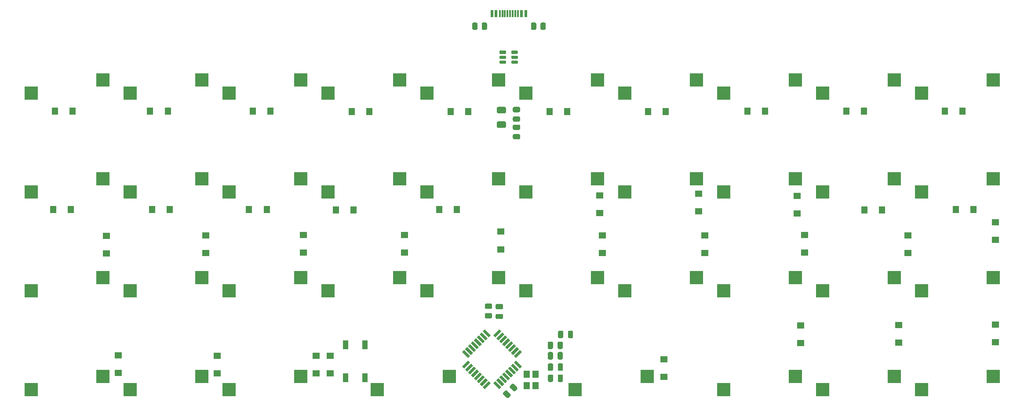
<source format=gbr>
%TF.GenerationSoftware,KiCad,Pcbnew,5.1.10*%
%TF.CreationDate,2021-10-06T18:26:39+02:00*%
%TF.ProjectId,ortho-qaz,6f727468-6f2d-4716-917a-2e6b69636164,rev?*%
%TF.SameCoordinates,Original*%
%TF.FileFunction,Paste,Bot*%
%TF.FilePolarity,Positive*%
%FSLAX46Y46*%
G04 Gerber Fmt 4.6, Leading zero omitted, Abs format (unit mm)*
G04 Created by KiCad (PCBNEW 5.1.10) date 2021-10-06 18:26:39*
%MOMM*%
%LPD*%
G01*
G04 APERTURE LIST*
%ADD10R,1.400000X1.200000*%
%ADD11R,1.200000X1.400000*%
%ADD12R,2.550000X2.500000*%
%ADD13R,0.600000X1.450000*%
%ADD14R,0.300000X1.450000*%
%ADD15C,0.100000*%
%ADD16R,1.000000X1.700000*%
G04 APERTURE END LIST*
D10*
%TO.C,D39*%
X240390000Y-85030000D03*
X240390000Y-88430000D03*
%TD*%
%TO.C,D38*%
X221790000Y-85130000D03*
X221790000Y-88530000D03*
%TD*%
%TO.C,D37*%
X202890000Y-85230000D03*
X202890000Y-88630000D03*
%TD*%
%TO.C,D35*%
X176540000Y-95130000D03*
X176540000Y-91730000D03*
%TD*%
%TO.C,D33*%
X112290000Y-94480000D03*
X112290000Y-91080000D03*
%TD*%
%TO.C,D32*%
X109640000Y-94480000D03*
X109640000Y-91080000D03*
%TD*%
%TO.C,D31*%
X90540000Y-94480000D03*
X90540000Y-91080000D03*
%TD*%
%TO.C,D30*%
X71490000Y-94380000D03*
X71490000Y-90980000D03*
%TD*%
%TO.C,D29*%
X240390000Y-65330000D03*
X240390000Y-68730000D03*
%TD*%
%TO.C,D28*%
X223590000Y-67830000D03*
X223590000Y-71230000D03*
%TD*%
%TO.C,D27*%
X203690000Y-67730000D03*
X203690000Y-71130000D03*
%TD*%
%TO.C,D26*%
X184490000Y-67830000D03*
X184490000Y-71230000D03*
%TD*%
%TO.C,D25*%
X164690000Y-67830000D03*
X164690000Y-71230000D03*
%TD*%
%TO.C,D24*%
X145140000Y-67130000D03*
X145140000Y-70530000D03*
%TD*%
%TO.C,D23*%
X126590000Y-67730000D03*
X126590000Y-71130000D03*
%TD*%
%TO.C,D22*%
X107190000Y-67780000D03*
X107190000Y-71180000D03*
%TD*%
%TO.C,D21*%
X88390000Y-67880000D03*
X88390000Y-71280000D03*
%TD*%
%TO.C,D20*%
X69240000Y-67930000D03*
X69240000Y-71330000D03*
%TD*%
D11*
%TO.C,D19*%
X232790000Y-62830000D03*
X236190000Y-62830000D03*
%TD*%
%TO.C,D18*%
X215190000Y-62930000D03*
X218590000Y-62930000D03*
%TD*%
D10*
%TO.C,D17*%
X202190000Y-63630000D03*
X202190000Y-60230000D03*
%TD*%
%TO.C,D16*%
X183290000Y-63230000D03*
X183290000Y-59830000D03*
%TD*%
%TO.C,D15*%
X164190000Y-63530000D03*
X164190000Y-60130000D03*
%TD*%
D11*
%TO.C,D14*%
X133290000Y-62830000D03*
X136690000Y-62830000D03*
%TD*%
%TO.C,D13*%
X113390000Y-62930000D03*
X116790000Y-62930000D03*
%TD*%
%TO.C,D12*%
X96690000Y-62830000D03*
X100090000Y-62830000D03*
%TD*%
%TO.C,D11*%
X78040000Y-62830000D03*
X81440000Y-62830000D03*
%TD*%
%TO.C,D10*%
X58990000Y-62855000D03*
X62390000Y-62855000D03*
%TD*%
%TO.C,D9*%
X230690000Y-43930000D03*
X234090000Y-43930000D03*
%TD*%
%TO.C,D8*%
X211690000Y-43880000D03*
X215090000Y-43880000D03*
%TD*%
%TO.C,D7*%
X192640000Y-43930000D03*
X196040000Y-43930000D03*
%TD*%
%TO.C,D6*%
X173490000Y-43980000D03*
X176890000Y-43980000D03*
%TD*%
%TO.C,D5*%
X154590000Y-43980000D03*
X157990000Y-43980000D03*
%TD*%
%TO.C,D4*%
X138940000Y-43980000D03*
X135540000Y-43980000D03*
%TD*%
%TO.C,D3*%
X119840000Y-43980000D03*
X116440000Y-43980000D03*
%TD*%
%TO.C,D2*%
X100840000Y-43930000D03*
X97440000Y-43930000D03*
%TD*%
%TO.C,D1*%
X81040000Y-43930000D03*
X77640000Y-43930000D03*
%TD*%
%TO.C,D0*%
X62740000Y-43930000D03*
X59340000Y-43930000D03*
%TD*%
D12*
%TO.C,K26*%
X182850000Y-75970000D03*
X169000000Y-78510000D03*
%TD*%
%TO.C,K24*%
X144750000Y-75970000D03*
X130900000Y-78510000D03*
%TD*%
%TO.C,C4*%
G36*
G01*
X156120000Y-91525000D02*
X156120000Y-90575000D01*
G75*
G02*
X156370000Y-90325000I250000J0D01*
G01*
X156870000Y-90325000D01*
G75*
G02*
X157120000Y-90575000I0J-250000D01*
G01*
X157120000Y-91525000D01*
G75*
G02*
X156870000Y-91775000I-250000J0D01*
G01*
X156370000Y-91775000D01*
G75*
G02*
X156120000Y-91525000I0J250000D01*
G01*
G37*
G36*
G01*
X154220000Y-91525000D02*
X154220000Y-90575000D01*
G75*
G02*
X154470000Y-90325000I250000J0D01*
G01*
X154970000Y-90325000D01*
G75*
G02*
X155220000Y-90575000I0J-250000D01*
G01*
X155220000Y-91525000D01*
G75*
G02*
X154970000Y-91775000I-250000J0D01*
G01*
X154470000Y-91775000D01*
G75*
G02*
X154220000Y-91525000I0J250000D01*
G01*
G37*
%TD*%
%TO.C,C6*%
G36*
G01*
X156100000Y-89505000D02*
X156100000Y-88555000D01*
G75*
G02*
X156350000Y-88305000I250000J0D01*
G01*
X156850000Y-88305000D01*
G75*
G02*
X157100000Y-88555000I0J-250000D01*
G01*
X157100000Y-89505000D01*
G75*
G02*
X156850000Y-89755000I-250000J0D01*
G01*
X156350000Y-89755000D01*
G75*
G02*
X156100000Y-89505000I0J250000D01*
G01*
G37*
G36*
G01*
X154200000Y-89505000D02*
X154200000Y-88555000D01*
G75*
G02*
X154450000Y-88305000I250000J0D01*
G01*
X154950000Y-88305000D01*
G75*
G02*
X155200000Y-88555000I0J-250000D01*
G01*
X155200000Y-89505000D01*
G75*
G02*
X154950000Y-89755000I-250000J0D01*
G01*
X154450000Y-89755000D01*
G75*
G02*
X154200000Y-89505000I0J250000D01*
G01*
G37*
%TD*%
%TO.C,K39*%
X240000000Y-95000000D03*
X226150000Y-97540000D03*
%TD*%
%TO.C,K38*%
X220950000Y-95020000D03*
X207100000Y-97560000D03*
%TD*%
%TO.C,K37*%
X201900000Y-95020000D03*
X188050000Y-97560000D03*
%TD*%
%TO.C,K35*%
X173325000Y-95020000D03*
X159475000Y-97560000D03*
%TD*%
%TO.C,K33*%
X135225000Y-95020000D03*
X121375000Y-97560000D03*
%TD*%
%TO.C,K32*%
X106650000Y-95020000D03*
X92800000Y-97560000D03*
%TD*%
%TO.C,K31*%
X87600000Y-95020000D03*
X73750000Y-97560000D03*
%TD*%
%TO.C,K30*%
X68550000Y-95020000D03*
X54700000Y-97560000D03*
%TD*%
%TO.C,K29*%
X240000000Y-75970000D03*
X226150000Y-78510000D03*
%TD*%
%TO.C,K28*%
X220950000Y-75970000D03*
X207100000Y-78510000D03*
%TD*%
%TO.C,K27*%
X201900000Y-75970000D03*
X188050000Y-78510000D03*
%TD*%
%TO.C,K25*%
X163800000Y-75970000D03*
X149950000Y-78510000D03*
%TD*%
%TO.C,K23*%
X125700000Y-75970000D03*
X111850000Y-78510000D03*
%TD*%
%TO.C,K22*%
X106650000Y-75970000D03*
X92800000Y-78510000D03*
%TD*%
%TO.C,K21*%
X87600000Y-75970000D03*
X73750000Y-78510000D03*
%TD*%
%TO.C,K20*%
X68550000Y-75970000D03*
X54700000Y-78510000D03*
%TD*%
%TO.C,K19*%
X240000000Y-56920000D03*
X226150000Y-59460000D03*
%TD*%
%TO.C,K18*%
X220950000Y-56920000D03*
X207100000Y-59460000D03*
%TD*%
%TO.C,K17*%
X201900000Y-56920000D03*
X188050000Y-59460000D03*
%TD*%
%TO.C,K16*%
X182850000Y-56920000D03*
X169000000Y-59460000D03*
%TD*%
%TO.C,K15*%
X163800000Y-56920000D03*
X149950000Y-59460000D03*
%TD*%
%TO.C,K14*%
X144750000Y-56920000D03*
X130900000Y-59460000D03*
%TD*%
%TO.C,K13*%
X125700000Y-56920000D03*
X111850000Y-59460000D03*
%TD*%
%TO.C,K12*%
X106650000Y-56920000D03*
X92800000Y-59460000D03*
%TD*%
%TO.C,K11*%
X87600000Y-56920000D03*
X73750000Y-59460000D03*
%TD*%
%TO.C,K10*%
X68550000Y-56920000D03*
X54700000Y-59460000D03*
%TD*%
%TO.C,K9*%
X240000000Y-37870000D03*
X226150000Y-40410000D03*
%TD*%
%TO.C,K8*%
X220950000Y-37870000D03*
X207100000Y-40410000D03*
%TD*%
%TO.C,K7*%
X201900000Y-37870000D03*
X188050000Y-40410000D03*
%TD*%
%TO.C,K6*%
X182850000Y-37870000D03*
X169000000Y-40410000D03*
%TD*%
%TO.C,K5*%
X163800000Y-37870000D03*
X149950000Y-40410000D03*
%TD*%
%TO.C,K4*%
X144750000Y-37870000D03*
X130900000Y-40410000D03*
%TD*%
%TO.C,K3*%
X125700000Y-37870000D03*
X111850000Y-40410000D03*
%TD*%
%TO.C,K2*%
X106650000Y-37870000D03*
X92800000Y-40410000D03*
%TD*%
%TO.C,K1*%
X87600000Y-37870000D03*
X73750000Y-40410000D03*
%TD*%
%TO.C,K0*%
X68550000Y-37870000D03*
X54700000Y-40410000D03*
%TD*%
D13*
%TO.C,J1*%
X149965000Y-25087500D03*
X149165000Y-25087500D03*
X144265000Y-25087500D03*
X143465000Y-25087500D03*
X143465000Y-25087500D03*
X144265000Y-25087500D03*
X149165000Y-25087500D03*
X149965000Y-25087500D03*
D14*
X144965000Y-25087500D03*
X145465000Y-25087500D03*
X145965000Y-25087500D03*
X146965000Y-25087500D03*
X147465000Y-25087500D03*
X147965000Y-25087500D03*
X148465000Y-25087500D03*
X146465000Y-25087500D03*
%TD*%
D11*
%TO.C,Y1*%
X150140000Y-94630000D03*
X150140000Y-96830000D03*
X151840000Y-96830000D03*
X151840000Y-94630000D03*
%TD*%
%TO.C,U2*%
G36*
G01*
X146205000Y-32400000D02*
X146205000Y-32700000D01*
G75*
G02*
X146055000Y-32850000I-150000J0D01*
G01*
X145030000Y-32850000D01*
G75*
G02*
X144880000Y-32700000I0J150000D01*
G01*
X144880000Y-32400000D01*
G75*
G02*
X145030000Y-32250000I150000J0D01*
G01*
X146055000Y-32250000D01*
G75*
G02*
X146205000Y-32400000I0J-150000D01*
G01*
G37*
G36*
G01*
X146205000Y-33350000D02*
X146205000Y-33650000D01*
G75*
G02*
X146055000Y-33800000I-150000J0D01*
G01*
X145030000Y-33800000D01*
G75*
G02*
X144880000Y-33650000I0J150000D01*
G01*
X144880000Y-33350000D01*
G75*
G02*
X145030000Y-33200000I150000J0D01*
G01*
X146055000Y-33200000D01*
G75*
G02*
X146205000Y-33350000I0J-150000D01*
G01*
G37*
G36*
G01*
X146205000Y-34300000D02*
X146205000Y-34600000D01*
G75*
G02*
X146055000Y-34750000I-150000J0D01*
G01*
X145030000Y-34750000D01*
G75*
G02*
X144880000Y-34600000I0J150000D01*
G01*
X144880000Y-34300000D01*
G75*
G02*
X145030000Y-34150000I150000J0D01*
G01*
X146055000Y-34150000D01*
G75*
G02*
X146205000Y-34300000I0J-150000D01*
G01*
G37*
G36*
G01*
X148480000Y-34300000D02*
X148480000Y-34600000D01*
G75*
G02*
X148330000Y-34750000I-150000J0D01*
G01*
X147305000Y-34750000D01*
G75*
G02*
X147155000Y-34600000I0J150000D01*
G01*
X147155000Y-34300000D01*
G75*
G02*
X147305000Y-34150000I150000J0D01*
G01*
X148330000Y-34150000D01*
G75*
G02*
X148480000Y-34300000I0J-150000D01*
G01*
G37*
G36*
G01*
X148480000Y-33350000D02*
X148480000Y-33650000D01*
G75*
G02*
X148330000Y-33800000I-150000J0D01*
G01*
X147305000Y-33800000D01*
G75*
G02*
X147155000Y-33650000I0J150000D01*
G01*
X147155000Y-33350000D01*
G75*
G02*
X147305000Y-33200000I150000J0D01*
G01*
X148330000Y-33200000D01*
G75*
G02*
X148480000Y-33350000I0J-150000D01*
G01*
G37*
G36*
G01*
X148480000Y-32400000D02*
X148480000Y-32700000D01*
G75*
G02*
X148330000Y-32850000I-150000J0D01*
G01*
X147305000Y-32850000D01*
G75*
G02*
X147155000Y-32700000I0J150000D01*
G01*
X147155000Y-32400000D01*
G75*
G02*
X147305000Y-32250000I150000J0D01*
G01*
X148330000Y-32250000D01*
G75*
G02*
X148480000Y-32400000I0J-150000D01*
G01*
G37*
%TD*%
D15*
%TO.C,U1*%
G36*
X148083872Y-91444835D02*
G01*
X147694963Y-91055926D01*
X148826334Y-89924555D01*
X149215243Y-90313464D01*
X148083872Y-91444835D01*
G37*
G36*
X147518186Y-90879150D02*
G01*
X147129277Y-90490241D01*
X148260648Y-89358870D01*
X148649557Y-89747779D01*
X147518186Y-90879150D01*
G37*
G36*
X146952501Y-90313464D02*
G01*
X146563592Y-89924555D01*
X147694963Y-88793184D01*
X148083872Y-89182093D01*
X146952501Y-90313464D01*
G37*
G36*
X146386816Y-89747779D02*
G01*
X145997907Y-89358870D01*
X147129278Y-88227499D01*
X147518187Y-88616408D01*
X146386816Y-89747779D01*
G37*
G36*
X145821130Y-89182093D02*
G01*
X145432221Y-88793184D01*
X146563592Y-87661813D01*
X146952501Y-88050722D01*
X145821130Y-89182093D01*
G37*
G36*
X145255445Y-88616408D02*
G01*
X144866536Y-88227499D01*
X145997907Y-87096128D01*
X146386816Y-87485037D01*
X145255445Y-88616408D01*
G37*
G36*
X144689759Y-88050723D02*
G01*
X144300850Y-87661814D01*
X145432221Y-86530443D01*
X145821130Y-86919352D01*
X144689759Y-88050723D01*
G37*
G36*
X144124074Y-87485037D02*
G01*
X143735165Y-87096128D01*
X144866536Y-85964757D01*
X145255445Y-86353666D01*
X144124074Y-87485037D01*
G37*
G36*
X143204835Y-87096128D02*
G01*
X142815926Y-87485037D01*
X141684555Y-86353666D01*
X142073464Y-85964757D01*
X143204835Y-87096128D01*
G37*
G36*
X142639150Y-87661814D02*
G01*
X142250241Y-88050723D01*
X141118870Y-86919352D01*
X141507779Y-86530443D01*
X142639150Y-87661814D01*
G37*
G36*
X142073464Y-88227499D02*
G01*
X141684555Y-88616408D01*
X140553184Y-87485037D01*
X140942093Y-87096128D01*
X142073464Y-88227499D01*
G37*
G36*
X141507779Y-88793184D02*
G01*
X141118870Y-89182093D01*
X139987499Y-88050722D01*
X140376408Y-87661813D01*
X141507779Y-88793184D01*
G37*
G36*
X140942093Y-89358870D02*
G01*
X140553184Y-89747779D01*
X139421813Y-88616408D01*
X139810722Y-88227499D01*
X140942093Y-89358870D01*
G37*
G36*
X140376408Y-89924555D02*
G01*
X139987499Y-90313464D01*
X138856128Y-89182093D01*
X139245037Y-88793184D01*
X140376408Y-89924555D01*
G37*
G36*
X139810723Y-90490241D02*
G01*
X139421814Y-90879150D01*
X138290443Y-89747779D01*
X138679352Y-89358870D01*
X139810723Y-90490241D01*
G37*
G36*
X139245037Y-91055926D02*
G01*
X138856128Y-91444835D01*
X137724757Y-90313464D01*
X138113666Y-89924555D01*
X139245037Y-91055926D01*
G37*
G36*
X138113666Y-93495445D02*
G01*
X137724757Y-93106536D01*
X138856128Y-91975165D01*
X139245037Y-92364074D01*
X138113666Y-93495445D01*
G37*
G36*
X138679352Y-94061130D02*
G01*
X138290443Y-93672221D01*
X139421814Y-92540850D01*
X139810723Y-92929759D01*
X138679352Y-94061130D01*
G37*
G36*
X139245037Y-94626816D02*
G01*
X138856128Y-94237907D01*
X139987499Y-93106536D01*
X140376408Y-93495445D01*
X139245037Y-94626816D01*
G37*
G36*
X139810722Y-95192501D02*
G01*
X139421813Y-94803592D01*
X140553184Y-93672221D01*
X140942093Y-94061130D01*
X139810722Y-95192501D01*
G37*
G36*
X140376408Y-95758187D02*
G01*
X139987499Y-95369278D01*
X141118870Y-94237907D01*
X141507779Y-94626816D01*
X140376408Y-95758187D01*
G37*
G36*
X140942093Y-96323872D02*
G01*
X140553184Y-95934963D01*
X141684555Y-94803592D01*
X142073464Y-95192501D01*
X140942093Y-96323872D01*
G37*
G36*
X141507779Y-96889557D02*
G01*
X141118870Y-96500648D01*
X142250241Y-95369277D01*
X142639150Y-95758186D01*
X141507779Y-96889557D01*
G37*
G36*
X142073464Y-97455243D02*
G01*
X141684555Y-97066334D01*
X142815926Y-95934963D01*
X143204835Y-96323872D01*
X142073464Y-97455243D01*
G37*
G36*
X145255445Y-97066334D02*
G01*
X144866536Y-97455243D01*
X143735165Y-96323872D01*
X144124074Y-95934963D01*
X145255445Y-97066334D01*
G37*
G36*
X145821130Y-96500648D02*
G01*
X145432221Y-96889557D01*
X144300850Y-95758186D01*
X144689759Y-95369277D01*
X145821130Y-96500648D01*
G37*
G36*
X146386816Y-95934963D02*
G01*
X145997907Y-96323872D01*
X144866536Y-95192501D01*
X145255445Y-94803592D01*
X146386816Y-95934963D01*
G37*
G36*
X146952501Y-95369278D02*
G01*
X146563592Y-95758187D01*
X145432221Y-94626816D01*
X145821130Y-94237907D01*
X146952501Y-95369278D01*
G37*
G36*
X147518187Y-94803592D02*
G01*
X147129278Y-95192501D01*
X145997907Y-94061130D01*
X146386816Y-93672221D01*
X147518187Y-94803592D01*
G37*
G36*
X148083872Y-94237907D02*
G01*
X147694963Y-94626816D01*
X146563592Y-93495445D01*
X146952501Y-93106536D01*
X148083872Y-94237907D01*
G37*
G36*
X148649557Y-93672221D02*
G01*
X148260648Y-94061130D01*
X147129277Y-92929759D01*
X147518186Y-92540850D01*
X148649557Y-93672221D01*
G37*
G36*
X149215243Y-93106536D02*
G01*
X148826334Y-93495445D01*
X147694963Y-92364074D01*
X148083872Y-91975165D01*
X149215243Y-93106536D01*
G37*
%TD*%
D16*
%TO.C,SW1*%
X115240000Y-88980000D03*
X115240000Y-95280000D03*
X119040000Y-88980000D03*
X119040000Y-95280000D03*
%TD*%
%TO.C,R6*%
G36*
G01*
X146373722Y-97789879D02*
X147010121Y-98426278D01*
G75*
G02*
X147010121Y-98779828I-176775J-176775D01*
G01*
X146638888Y-99151061D01*
G75*
G02*
X146285338Y-99151061I-176775J176775D01*
G01*
X145648939Y-98514662D01*
G75*
G02*
X145648939Y-98161112I176775J176775D01*
G01*
X146020172Y-97789879D01*
G75*
G02*
X146373722Y-97789879I176775J-176775D01*
G01*
G37*
G36*
G01*
X147664192Y-96499409D02*
X148300591Y-97135808D01*
G75*
G02*
X148300591Y-97489358I-176775J-176775D01*
G01*
X147929358Y-97860591D01*
G75*
G02*
X147575808Y-97860591I-176775J176775D01*
G01*
X146939409Y-97224192D01*
G75*
G02*
X146939409Y-96870642I176775J176775D01*
G01*
X147310642Y-96499409D01*
G75*
G02*
X147664192Y-96499409I176775J-176775D01*
G01*
G37*
%TD*%
%TO.C,R5*%
G36*
G01*
X152000000Y-27079998D02*
X152000000Y-27980002D01*
G75*
G02*
X151750002Y-28230000I-249998J0D01*
G01*
X151224998Y-28230000D01*
G75*
G02*
X150975000Y-27980002I0J249998D01*
G01*
X150975000Y-27079998D01*
G75*
G02*
X151224998Y-26830000I249998J0D01*
G01*
X151750002Y-26830000D01*
G75*
G02*
X152000000Y-27079998I0J-249998D01*
G01*
G37*
G36*
G01*
X153825000Y-27079998D02*
X153825000Y-27980002D01*
G75*
G02*
X153575002Y-28230000I-249998J0D01*
G01*
X153049998Y-28230000D01*
G75*
G02*
X152800000Y-27980002I0J249998D01*
G01*
X152800000Y-27079998D01*
G75*
G02*
X153049998Y-26830000I249998J0D01*
G01*
X153575002Y-26830000D01*
G75*
G02*
X153825000Y-27079998I0J-249998D01*
G01*
G37*
%TD*%
%TO.C,R4*%
G36*
G01*
X141490000Y-27980002D02*
X141490000Y-27079998D01*
G75*
G02*
X141739998Y-26830000I249998J0D01*
G01*
X142265002Y-26830000D01*
G75*
G02*
X142515000Y-27079998I0J-249998D01*
G01*
X142515000Y-27980002D01*
G75*
G02*
X142265002Y-28230000I-249998J0D01*
G01*
X141739998Y-28230000D01*
G75*
G02*
X141490000Y-27980002I0J249998D01*
G01*
G37*
G36*
G01*
X139665000Y-27980002D02*
X139665000Y-27079998D01*
G75*
G02*
X139914998Y-26830000I249998J0D01*
G01*
X140440002Y-26830000D01*
G75*
G02*
X140690000Y-27079998I0J-249998D01*
G01*
X140690000Y-27980002D01*
G75*
G02*
X140440002Y-28230000I-249998J0D01*
G01*
X139914998Y-28230000D01*
G75*
G02*
X139665000Y-27980002I0J249998D01*
G01*
G37*
%TD*%
%TO.C,R3*%
G36*
G01*
X142339998Y-82830000D02*
X143240002Y-82830000D01*
G75*
G02*
X143490000Y-83079998I0J-249998D01*
G01*
X143490000Y-83605002D01*
G75*
G02*
X143240002Y-83855000I-249998J0D01*
G01*
X142339998Y-83855000D01*
G75*
G02*
X142090000Y-83605002I0J249998D01*
G01*
X142090000Y-83079998D01*
G75*
G02*
X142339998Y-82830000I249998J0D01*
G01*
G37*
G36*
G01*
X142339998Y-81005000D02*
X143240002Y-81005000D01*
G75*
G02*
X143490000Y-81254998I0J-249998D01*
G01*
X143490000Y-81780002D01*
G75*
G02*
X143240002Y-82030000I-249998J0D01*
G01*
X142339998Y-82030000D01*
G75*
G02*
X142090000Y-81780002I0J249998D01*
G01*
X142090000Y-81254998D01*
G75*
G02*
X142339998Y-81005000I249998J0D01*
G01*
G37*
%TD*%
%TO.C,R2*%
G36*
G01*
X148640002Y-44110000D02*
X147739998Y-44110000D01*
G75*
G02*
X147490000Y-43860002I0J249998D01*
G01*
X147490000Y-43334998D01*
G75*
G02*
X147739998Y-43085000I249998J0D01*
G01*
X148640002Y-43085000D01*
G75*
G02*
X148890000Y-43334998I0J-249998D01*
G01*
X148890000Y-43860002D01*
G75*
G02*
X148640002Y-44110000I-249998J0D01*
G01*
G37*
G36*
G01*
X148640002Y-45935000D02*
X147739998Y-45935000D01*
G75*
G02*
X147490000Y-45685002I0J249998D01*
G01*
X147490000Y-45159998D01*
G75*
G02*
X147739998Y-44910000I249998J0D01*
G01*
X148640002Y-44910000D01*
G75*
G02*
X148890000Y-45159998I0J-249998D01*
G01*
X148890000Y-45685002D01*
G75*
G02*
X148640002Y-45935000I-249998J0D01*
G01*
G37*
%TD*%
%TO.C,R1*%
G36*
G01*
X147739998Y-48310000D02*
X148640002Y-48310000D01*
G75*
G02*
X148890000Y-48559998I0J-249998D01*
G01*
X148890000Y-49085002D01*
G75*
G02*
X148640002Y-49335000I-249998J0D01*
G01*
X147739998Y-49335000D01*
G75*
G02*
X147490000Y-49085002I0J249998D01*
G01*
X147490000Y-48559998D01*
G75*
G02*
X147739998Y-48310000I249998J0D01*
G01*
G37*
G36*
G01*
X147739998Y-46485000D02*
X148640002Y-46485000D01*
G75*
G02*
X148890000Y-46734998I0J-249998D01*
G01*
X148890000Y-47260002D01*
G75*
G02*
X148640002Y-47510000I-249998J0D01*
G01*
X147739998Y-47510000D01*
G75*
G02*
X147490000Y-47260002I0J249998D01*
G01*
X147490000Y-46734998D01*
G75*
G02*
X147739998Y-46485000I249998J0D01*
G01*
G37*
%TD*%
%TO.C,F1*%
G36*
G01*
X144655000Y-45875000D02*
X145905000Y-45875000D01*
G75*
G02*
X146155000Y-46125000I0J-250000D01*
G01*
X146155000Y-46875000D01*
G75*
G02*
X145905000Y-47125000I-250000J0D01*
G01*
X144655000Y-47125000D01*
G75*
G02*
X144405000Y-46875000I0J250000D01*
G01*
X144405000Y-46125000D01*
G75*
G02*
X144655000Y-45875000I250000J0D01*
G01*
G37*
G36*
G01*
X144655000Y-43075000D02*
X145905000Y-43075000D01*
G75*
G02*
X146155000Y-43325000I0J-250000D01*
G01*
X146155000Y-44075000D01*
G75*
G02*
X145905000Y-44325000I-250000J0D01*
G01*
X144655000Y-44325000D01*
G75*
G02*
X144405000Y-44075000I0J250000D01*
G01*
X144405000Y-43325000D01*
G75*
G02*
X144655000Y-43075000I250000J0D01*
G01*
G37*
%TD*%
%TO.C,C5*%
G36*
G01*
X158090000Y-87415000D02*
X158090000Y-86465000D01*
G75*
G02*
X158340000Y-86215000I250000J0D01*
G01*
X158840000Y-86215000D01*
G75*
G02*
X159090000Y-86465000I0J-250000D01*
G01*
X159090000Y-87415000D01*
G75*
G02*
X158840000Y-87665000I-250000J0D01*
G01*
X158340000Y-87665000D01*
G75*
G02*
X158090000Y-87415000I0J250000D01*
G01*
G37*
G36*
G01*
X156190000Y-87415000D02*
X156190000Y-86465000D01*
G75*
G02*
X156440000Y-86215000I250000J0D01*
G01*
X156940000Y-86215000D01*
G75*
G02*
X157190000Y-86465000I0J-250000D01*
G01*
X157190000Y-87415000D01*
G75*
G02*
X156940000Y-87665000I-250000J0D01*
G01*
X156440000Y-87665000D01*
G75*
G02*
X156190000Y-87415000I0J250000D01*
G01*
G37*
%TD*%
%TO.C,C3*%
G36*
G01*
X156140000Y-95855000D02*
X156140000Y-94905000D01*
G75*
G02*
X156390000Y-94655000I250000J0D01*
G01*
X156890000Y-94655000D01*
G75*
G02*
X157140000Y-94905000I0J-250000D01*
G01*
X157140000Y-95855000D01*
G75*
G02*
X156890000Y-96105000I-250000J0D01*
G01*
X156390000Y-96105000D01*
G75*
G02*
X156140000Y-95855000I0J250000D01*
G01*
G37*
G36*
G01*
X154240000Y-95855000D02*
X154240000Y-94905000D01*
G75*
G02*
X154490000Y-94655000I250000J0D01*
G01*
X154990000Y-94655000D01*
G75*
G02*
X155240000Y-94905000I0J-250000D01*
G01*
X155240000Y-95855000D01*
G75*
G02*
X154990000Y-96105000I-250000J0D01*
G01*
X154490000Y-96105000D01*
G75*
G02*
X154240000Y-95855000I0J250000D01*
G01*
G37*
%TD*%
%TO.C,C2*%
G36*
G01*
X155230000Y-92775000D02*
X155230000Y-93725000D01*
G75*
G02*
X154980000Y-93975000I-250000J0D01*
G01*
X154480000Y-93975000D01*
G75*
G02*
X154230000Y-93725000I0J250000D01*
G01*
X154230000Y-92775000D01*
G75*
G02*
X154480000Y-92525000I250000J0D01*
G01*
X154980000Y-92525000D01*
G75*
G02*
X155230000Y-92775000I0J-250000D01*
G01*
G37*
G36*
G01*
X157130000Y-92775000D02*
X157130000Y-93725000D01*
G75*
G02*
X156880000Y-93975000I-250000J0D01*
G01*
X156380000Y-93975000D01*
G75*
G02*
X156130000Y-93725000I0J250000D01*
G01*
X156130000Y-92775000D01*
G75*
G02*
X156380000Y-92525000I250000J0D01*
G01*
X156880000Y-92525000D01*
G75*
G02*
X157130000Y-92775000I0J-250000D01*
G01*
G37*
%TD*%
%TO.C,C1*%
G36*
G01*
X145365000Y-82080000D02*
X144415000Y-82080000D01*
G75*
G02*
X144165000Y-81830000I0J250000D01*
G01*
X144165000Y-81330000D01*
G75*
G02*
X144415000Y-81080000I250000J0D01*
G01*
X145365000Y-81080000D01*
G75*
G02*
X145615000Y-81330000I0J-250000D01*
G01*
X145615000Y-81830000D01*
G75*
G02*
X145365000Y-82080000I-250000J0D01*
G01*
G37*
G36*
G01*
X145365000Y-83980000D02*
X144415000Y-83980000D01*
G75*
G02*
X144165000Y-83730000I0J250000D01*
G01*
X144165000Y-83230000D01*
G75*
G02*
X144415000Y-82980000I250000J0D01*
G01*
X145365000Y-82980000D01*
G75*
G02*
X145615000Y-83230000I0J-250000D01*
G01*
X145615000Y-83730000D01*
G75*
G02*
X145365000Y-83980000I-250000J0D01*
G01*
G37*
%TD*%
M02*

</source>
